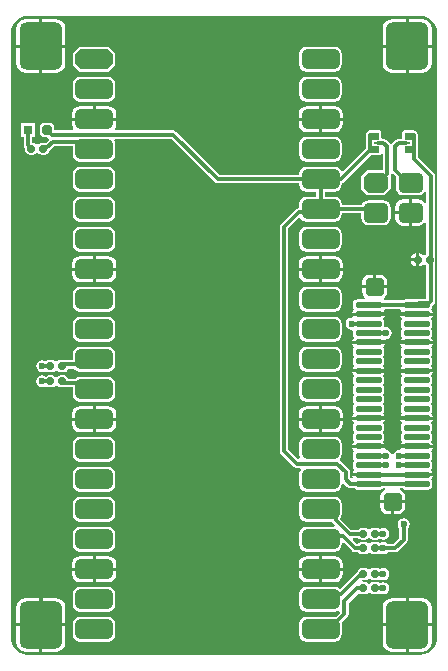
<source format=gbr>
%TF.GenerationSoftware,Altium Limited,Altium Designer,25.5.2 (35)*%
G04 Layer_Physical_Order=1*
G04 Layer_Color=255*
%FSLAX45Y45*%
%MOMM*%
%TF.SameCoordinates,04C475F5-62FD-4A33-8D44-780EF8A6E366*%
%TF.FilePolarity,Positive*%
%TF.FileFunction,Copper,L1,Top,Signal*%
%TF.Part,Single*%
G01*
G75*
%TA.AperFunction,SMDPad,CuDef*%
G04:AMPARAMS|DCode=10|XSize=0.6mm|YSize=0.6mm|CornerRadius=0.15mm|HoleSize=0mm|Usage=FLASHONLY|Rotation=90.000|XOffset=0mm|YOffset=0mm|HoleType=Round|Shape=RoundedRectangle|*
%AMROUNDEDRECTD10*
21,1,0.60000,0.30000,0,0,90.0*
21,1,0.30000,0.60000,0,0,90.0*
1,1,0.30000,0.15000,0.15000*
1,1,0.30000,0.15000,-0.15000*
1,1,0.30000,-0.15000,-0.15000*
1,1,0.30000,-0.15000,0.15000*
%
%ADD10ROUNDEDRECTD10*%
G04:AMPARAMS|DCode=11|XSize=2.2mm|YSize=0.5mm|CornerRadius=0.125mm|HoleSize=0mm|Usage=FLASHONLY|Rotation=180.000|XOffset=0mm|YOffset=0mm|HoleType=Round|Shape=RoundedRectangle|*
%AMROUNDEDRECTD11*
21,1,2.20000,0.25000,0,0,180.0*
21,1,1.95000,0.50000,0,0,180.0*
1,1,0.25000,-0.97500,0.12500*
1,1,0.25000,0.97500,0.12500*
1,1,0.25000,0.97500,-0.12500*
1,1,0.25000,-0.97500,-0.12500*
%
%ADD11ROUNDEDRECTD11*%
G04:AMPARAMS|DCode=12|XSize=0.8mm|YSize=0.8mm|CornerRadius=0.2mm|HoleSize=0mm|Usage=FLASHONLY|Rotation=90.000|XOffset=0mm|YOffset=0mm|HoleType=Round|Shape=RoundedRectangle|*
%AMROUNDEDRECTD12*
21,1,0.80000,0.40000,0,0,90.0*
21,1,0.40000,0.80000,0,0,90.0*
1,1,0.40000,0.20000,0.20000*
1,1,0.40000,0.20000,-0.20000*
1,1,0.40000,-0.20000,-0.20000*
1,1,0.40000,-0.20000,0.20000*
%
%ADD12ROUNDEDRECTD12*%
%ADD13R,0.80000X0.80000*%
%ADD14R,0.70000X0.24000*%
%ADD15O,0.30000X1.70000*%
%TA.AperFunction,Conductor*%
%ADD16C,0.30000*%
%TA.AperFunction,ComponentPad*%
G04:AMPARAMS|DCode=17|XSize=1.55mm|YSize=1.6mm|CornerRadius=0.3875mm|HoleSize=0mm|Usage=FLASHONLY|Rotation=270.000|XOffset=0mm|YOffset=0mm|HoleType=Round|Shape=RoundedRectangle|*
%AMROUNDEDRECTD17*
21,1,1.55000,0.82500,0,0,270.0*
21,1,0.77500,1.60000,0,0,270.0*
1,1,0.77500,-0.41250,-0.38750*
1,1,0.77500,-0.41250,0.38750*
1,1,0.77500,0.41250,0.38750*
1,1,0.77500,0.41250,-0.38750*
%
%ADD17ROUNDEDRECTD17*%
G04:AMPARAMS|DCode=18|XSize=1.7mm|YSize=3.2mm|CornerRadius=0mm|HoleSize=0mm|Usage=FLASHONLY|Rotation=270.000|XOffset=0mm|YOffset=0mm|HoleType=Round|Shape=Octagon|*
%AMOCTAGOND18*
4,1,8,1.60000,0.42500,1.60000,-0.42500,1.17500,-0.85000,-1.17500,-0.85000,-1.60000,-0.42500,-1.60000,0.42500,-1.17500,0.85000,1.17500,0.85000,1.60000,0.42500,0.0*
%
%ADD18OCTAGOND18*%

G04:AMPARAMS|DCode=19|XSize=1.7mm|YSize=3.2mm|CornerRadius=0.425mm|HoleSize=0mm|Usage=FLASHONLY|Rotation=90.000|XOffset=0mm|YOffset=0mm|HoleType=Round|Shape=RoundedRectangle|*
%AMROUNDEDRECTD19*
21,1,1.70000,2.35001,0,0,90.0*
21,1,0.85000,3.20000,0,0,90.0*
1,1,0.85000,1.17500,0.42500*
1,1,0.85000,1.17500,-0.42500*
1,1,0.85000,-1.17500,-0.42500*
1,1,0.85000,-1.17500,0.42500*
%
%ADD19ROUNDEDRECTD19*%
G04:AMPARAMS|DCode=20|XSize=4mm|YSize=3.6mm|CornerRadius=0.54mm|HoleSize=0mm|Usage=FLASHONLY|Rotation=90.000|XOffset=0mm|YOffset=0mm|HoleType=Round|Shape=RoundedRectangle|*
%AMROUNDEDRECTD20*
21,1,4.00000,2.52000,0,0,90.0*
21,1,2.92000,3.60000,0,0,90.0*
1,1,1.08000,1.26000,1.46000*
1,1,1.08000,1.26000,-1.46000*
1,1,1.08000,-1.26000,-1.46000*
1,1,1.08000,-1.26000,1.46000*
%
%ADD20ROUNDEDRECTD20*%
G04:AMPARAMS|DCode=21|XSize=1.7mm|YSize=2.1mm|CornerRadius=0.425mm|HoleSize=0mm|Usage=FLASHONLY|Rotation=270.000|XOffset=0mm|YOffset=0mm|HoleType=Round|Shape=RoundedRectangle|*
%AMROUNDEDRECTD21*
21,1,1.70000,1.25001,0,0,270.0*
21,1,0.85000,2.10000,0,0,270.0*
1,1,0.85000,-0.62500,-0.42500*
1,1,0.85000,-0.62500,0.42500*
1,1,0.85000,0.62500,0.42500*
1,1,0.85000,0.62500,-0.42500*
%
%ADD21ROUNDEDRECTD21*%
G04:AMPARAMS|DCode=22|XSize=1.7mm|YSize=2.1mm|CornerRadius=0mm|HoleSize=0mm|Usage=FLASHONLY|Rotation=270.000|XOffset=0mm|YOffset=0mm|HoleType=Round|Shape=Octagon|*
%AMOCTAGOND22*
4,1,8,1.05000,0.42500,1.05000,-0.42500,0.62500,-0.85000,-0.62500,-0.85000,-1.05000,-0.42500,-1.05000,0.42500,-0.62500,0.85000,0.62500,0.85000,1.05000,0.42500,0.0*
%
%ADD22OCTAGOND22*%

%TA.AperFunction,ViaPad*%
%ADD23C,0.60000*%
G36*
X3540437Y5450913D02*
X3578118Y5435305D01*
X3610476Y5410476D01*
X3635305Y5378118D01*
X3650913Y5340437D01*
X3656164Y5300550D01*
X3656055Y5300000D01*
X3656056Y200000D01*
X3656165Y199453D01*
X3650913Y159563D01*
X3635305Y121882D01*
X3610476Y89524D01*
X3578118Y64695D01*
X3540437Y49087D01*
X3500547Y43836D01*
X3500000Y43944D01*
X214956Y43944D01*
X214710Y43944D01*
X200000Y43945D01*
X185705Y45646D01*
X159563Y49087D01*
X121882Y64695D01*
X89524Y89524D01*
X64695Y121882D01*
X49087Y159563D01*
X43836Y199453D01*
X43944Y200000D01*
X43943Y5285008D01*
X43945Y5300000D01*
X45646Y5314295D01*
X49087Y5340437D01*
X64695Y5378118D01*
X89524Y5410476D01*
X121882Y5435305D01*
X159563Y5450913D01*
X185705Y5454354D01*
X200000Y5456055D01*
Y5456056D01*
X200001Y5456056D01*
X3500000Y5456056D01*
X3500547Y5456164D01*
X3540437Y5450913D01*
D02*
G37*
%LPC*%
G36*
X3526000Y5426955D02*
X3412700D01*
Y5212700D01*
X3606955D01*
Y5346000D01*
X3600793Y5376980D01*
X3583244Y5403244D01*
X3556980Y5420793D01*
X3526000Y5426955D01*
D02*
G37*
G36*
X426000D02*
X312700D01*
Y5212700D01*
X506955D01*
Y5346000D01*
X500793Y5376980D01*
X483244Y5403244D01*
X456980Y5420793D01*
X426000Y5426955D01*
D02*
G37*
G36*
X3387300D02*
X3274000D01*
X3243020Y5420793D01*
X3216756Y5403244D01*
X3199207Y5376980D01*
X3193045Y5346000D01*
Y5212700D01*
X3387300D01*
Y5426955D01*
D02*
G37*
G36*
X287300D02*
X174000D01*
X143020Y5420793D01*
X116756Y5403244D01*
X99207Y5376980D01*
X93045Y5346000D01*
Y5212700D01*
X287300D01*
Y5426955D01*
D02*
G37*
G36*
X877500Y5193000D02*
X622500D01*
X570000Y5140500D01*
Y5035500D01*
X622500Y4983000D01*
X877500D01*
X930000Y5035500D01*
Y5140500D01*
X877500Y5193000D01*
D02*
G37*
G36*
X2785500Y5194224D02*
X2550500D01*
X2526114Y5189374D01*
X2505440Y5175560D01*
X2491626Y5154886D01*
X2486776Y5130500D01*
Y5045500D01*
X2491626Y5021114D01*
X2505440Y5000440D01*
X2526114Y4986626D01*
X2550500Y4981776D01*
X2785500D01*
X2809886Y4986626D01*
X2830560Y5000440D01*
X2844374Y5021114D01*
X2849224Y5045500D01*
Y5130500D01*
X2844374Y5154886D01*
X2830560Y5175560D01*
X2809886Y5189374D01*
X2785500Y5194224D01*
D02*
G37*
G36*
X3606955Y5187300D02*
X3412700D01*
Y4973045D01*
X3526000D01*
X3556980Y4979207D01*
X3583244Y4996756D01*
X3600793Y5023020D01*
X3606955Y5054000D01*
Y5187300D01*
D02*
G37*
G36*
X3387300D02*
X3193045D01*
Y5054000D01*
X3199207Y5023020D01*
X3216756Y4996756D01*
X3243020Y4979207D01*
X3274000Y4973045D01*
X3387300D01*
Y5187300D01*
D02*
G37*
G36*
X506955D02*
X312700D01*
Y4973045D01*
X426000D01*
X456980Y4979207D01*
X483244Y4996756D01*
X500793Y5023020D01*
X506955Y5054000D01*
Y5187300D01*
D02*
G37*
G36*
X287300D02*
X93045D01*
Y5054000D01*
X99207Y5023020D01*
X116756Y4996756D01*
X143020Y4979207D01*
X174000Y4973045D01*
X287300D01*
Y5187300D01*
D02*
G37*
G36*
X2785500Y4940224D02*
X2550500D01*
X2526114Y4935374D01*
X2505440Y4921560D01*
X2491626Y4900886D01*
X2486776Y4876500D01*
Y4791500D01*
X2491626Y4767114D01*
X2505440Y4746440D01*
X2526114Y4732626D01*
X2550500Y4727776D01*
X2785500D01*
X2809886Y4732626D01*
X2830560Y4746440D01*
X2844374Y4767114D01*
X2849224Y4791500D01*
Y4876500D01*
X2844374Y4900886D01*
X2830560Y4921560D01*
X2809886Y4935374D01*
X2785500Y4940224D01*
D02*
G37*
G36*
X867500D02*
X632500D01*
X608113Y4935374D01*
X587440Y4921560D01*
X573626Y4900886D01*
X568775Y4876500D01*
Y4791500D01*
X573626Y4767114D01*
X587440Y4746440D01*
X608113Y4732626D01*
X632500Y4727776D01*
X867500D01*
X891886Y4732626D01*
X912560Y4746440D01*
X926374Y4767114D01*
X931224Y4791500D01*
Y4876500D01*
X926374Y4900886D01*
X912560Y4921560D01*
X891886Y4935374D01*
X867500Y4940224D01*
D02*
G37*
G36*
X2785500Y4691730D02*
X2680700D01*
Y4592700D01*
X2854730D01*
Y4622500D01*
X2849460Y4648993D01*
X2834453Y4671453D01*
X2811993Y4686460D01*
X2785500Y4691730D01*
D02*
G37*
G36*
X867500D02*
X762700D01*
Y4592700D01*
X936730D01*
Y4622500D01*
X931460Y4648993D01*
X916453Y4671453D01*
X893993Y4686460D01*
X867500Y4691730D01*
D02*
G37*
G36*
X737300D02*
X632500D01*
X606006Y4686460D01*
X583547Y4671453D01*
X568539Y4648993D01*
X563270Y4622500D01*
Y4592700D01*
X737300D01*
Y4691730D01*
D02*
G37*
G36*
X2655300D02*
X2550500D01*
X2524007Y4686460D01*
X2501547Y4671453D01*
X2486540Y4648993D01*
X2481270Y4622500D01*
Y4592700D01*
X2655300D01*
Y4691730D01*
D02*
G37*
G36*
X936730Y4567300D02*
X750000D01*
X563270D01*
Y4537500D01*
X568539Y4511007D01*
X575436Y4500686D01*
X567418Y4485686D01*
X410784D01*
Y4510000D01*
X407679Y4525607D01*
X398838Y4538838D01*
X385607Y4547679D01*
X370000Y4550783D01*
X330000D01*
X314393Y4547679D01*
X301162Y4538838D01*
X292321Y4525607D01*
X289217Y4510000D01*
Y4470000D01*
X292321Y4454393D01*
X301162Y4441162D01*
X314393Y4432321D01*
X330000Y4429216D01*
X354295D01*
X367015Y4415925D01*
X366692Y4407159D01*
X340219Y4380686D01*
X305000D01*
X291344Y4377969D01*
X279766Y4370234D01*
X279020Y4369117D01*
X260980D01*
X260234Y4370234D01*
X248656Y4377969D01*
X235000Y4380686D01*
X225686D01*
Y4430000D01*
X250000D01*
Y4550000D01*
X130000D01*
Y4430000D01*
X154314D01*
Y4360000D01*
X157031Y4346344D01*
X164766Y4334767D01*
X169314Y4330218D01*
Y4315000D01*
X172031Y4301344D01*
X179766Y4289766D01*
X191344Y4282031D01*
X205000Y4279314D01*
X235000D01*
X248656Y4282031D01*
X260234Y4289766D01*
X260980Y4290883D01*
X279020D01*
X279766Y4289766D01*
X291344Y4282031D01*
X305000Y4279314D01*
X335000D01*
X348656Y4282031D01*
X360233Y4289766D01*
X367969Y4301344D01*
X370315Y4313139D01*
X380234Y4319766D01*
X414782Y4354314D01*
X568775D01*
Y4283500D01*
X573626Y4259114D01*
X587440Y4238440D01*
X608113Y4224626D01*
X632500Y4219776D01*
X867500D01*
X891886Y4224626D01*
X912560Y4238440D01*
X926374Y4259114D01*
X931224Y4283500D01*
Y4368500D01*
X926374Y4392886D01*
X922079Y4399314D01*
X930096Y4414314D01*
X1405218D01*
X1772766Y4046766D01*
X1784344Y4039031D01*
X1798000Y4036314D01*
X2486776D01*
Y4029500D01*
X2491626Y4005114D01*
X2505440Y3984440D01*
X2526114Y3970626D01*
X2550500Y3965776D01*
X2632314D01*
Y3924224D01*
X2550500D01*
X2526114Y3919374D01*
X2505440Y3905560D01*
X2491626Y3884886D01*
X2486776Y3860500D01*
Y3826686D01*
X2481000D01*
X2467344Y3823969D01*
X2455766Y3816233D01*
X2334766Y3695234D01*
X2327031Y3683656D01*
X2324314Y3670000D01*
Y1770000D01*
X2327031Y1756344D01*
X2334766Y1744766D01*
X2444767Y1634766D01*
X2456344Y1627031D01*
X2470000Y1624314D01*
X2490576D01*
X2498594Y1609314D01*
X2491626Y1598886D01*
X2486776Y1574500D01*
Y1489500D01*
X2491626Y1465114D01*
X2505440Y1444440D01*
X2526114Y1430626D01*
X2550500Y1425776D01*
X2785500D01*
X2809886Y1430626D01*
X2830560Y1444440D01*
X2844374Y1465114D01*
X2849224Y1489500D01*
X2864224Y1495308D01*
X2894766Y1464766D01*
X2906344Y1457031D01*
X2920000Y1454314D01*
X2952905D01*
X2953069Y1454069D01*
X2963819Y1446886D01*
X2976500Y1444363D01*
X3171500D01*
X3184181Y1446886D01*
X3194931Y1454069D01*
X3195095Y1454314D01*
X3209928D01*
X3211406Y1439314D01*
X3210720Y1439178D01*
X3189501Y1425000D01*
X3175322Y1403780D01*
X3170343Y1378750D01*
Y1352700D01*
X3277000D01*
X3383657D01*
Y1378750D01*
X3378678Y1403780D01*
X3364499Y1425000D01*
X3343280Y1439178D01*
X3342595Y1439314D01*
X3344072Y1454314D01*
X3358905D01*
X3359069Y1454069D01*
X3369819Y1446886D01*
X3382500Y1444363D01*
X3577500D01*
X3590181Y1446886D01*
X3600931Y1454069D01*
X3608114Y1464819D01*
X3610637Y1477500D01*
Y1502500D01*
X3608114Y1515181D01*
X3604824Y1530176D01*
X3613201Y1542712D01*
X3616102Y1557300D01*
X3480000D01*
Y1582700D01*
X3616102D01*
X3613201Y1597288D01*
X3604824Y1609824D01*
X3608114Y1624819D01*
X3610637Y1637500D01*
Y1662500D01*
X3608114Y1675181D01*
X3600931Y1685931D01*
Y1694069D01*
X3608114Y1704819D01*
X3610637Y1717500D01*
Y1742500D01*
X3608114Y1755181D01*
X3604824Y1770176D01*
X3613201Y1782712D01*
X3616102Y1797300D01*
X3480000D01*
X3343897D01*
X3344685Y1793341D01*
X3331928Y1780585D01*
X3330091Y1780950D01*
X3310582Y1777070D01*
X3294043Y1766019D01*
X3282992Y1749480D01*
X3282695Y1747988D01*
X3267401D01*
X3267099Y1749509D01*
X3256048Y1766048D01*
X3239509Y1777099D01*
X3222068Y1780568D01*
X3218845Y1782429D01*
X3209482Y1794182D01*
X3210103Y1797300D01*
X2937897D01*
X2940799Y1782712D01*
X2949175Y1770176D01*
X2945886Y1755181D01*
X2943363Y1742500D01*
Y1717500D01*
X2945886Y1704819D01*
X2953069Y1694069D01*
Y1685931D01*
X2945886Y1675181D01*
X2943363Y1662500D01*
Y1637500D01*
X2945886Y1624820D01*
X2949175Y1609824D01*
X2940799Y1597288D01*
X2937897Y1582700D01*
X3074000D01*
Y1557300D01*
X2937897D01*
X2940799Y1542712D01*
X2927788Y1537089D01*
X2927473Y1537026D01*
X2915686Y1547379D01*
Y1590000D01*
X2912969Y1603656D01*
X2905234Y1615234D01*
X2836260Y1684208D01*
X2835159Y1686645D01*
X2834236Y1703941D01*
X2844374Y1719114D01*
X2849224Y1743500D01*
Y1828500D01*
X2844374Y1852886D01*
X2830560Y1873560D01*
X2809886Y1887374D01*
X2785500Y1892224D01*
X2550500D01*
X2526114Y1887374D01*
X2505440Y1873560D01*
X2491626Y1852886D01*
X2486776Y1828500D01*
Y1743500D01*
X2491212Y1721196D01*
X2490504Y1717228D01*
X2483128Y1704832D01*
X2476603Y1703864D01*
X2395686Y1784782D01*
Y3655218D01*
X2480794Y3740326D01*
X2500105Y3738424D01*
X2505440Y3730440D01*
X2526114Y3716626D01*
X2550500Y3711776D01*
X2785500D01*
X2809886Y3716626D01*
X2830560Y3730440D01*
X2844374Y3751114D01*
X2849224Y3775500D01*
Y3782314D01*
X3009776D01*
Y3747500D01*
X3014626Y3723114D01*
X3028440Y3702440D01*
X3049114Y3688626D01*
X3073500Y3683776D01*
X3198500D01*
X3222887Y3688626D01*
X3243560Y3702440D01*
X3257374Y3723114D01*
X3262225Y3747500D01*
Y3832500D01*
X3257374Y3856886D01*
X3243560Y3877560D01*
X3222887Y3891374D01*
X3198500Y3896224D01*
X3073500D01*
X3049114Y3891374D01*
X3028440Y3877560D01*
X3014626Y3856886D01*
X3013990Y3853686D01*
X2849224D01*
Y3860500D01*
X2844374Y3884886D01*
X2830560Y3905560D01*
X2809886Y3919374D01*
X2785500Y3924224D01*
X2703686D01*
Y3965776D01*
X2785500D01*
X2809886Y3970626D01*
X2830560Y3984440D01*
X2844374Y4005114D01*
X2849224Y4029500D01*
Y4037751D01*
X2855656Y4039031D01*
X2867234Y4046766D01*
X3093819Y4273352D01*
X3160000D01*
X3175307Y4279692D01*
X3179314Y4289366D01*
X3194314Y4286382D01*
Y4149000D01*
X3063500D01*
X3011000Y4096500D01*
Y3991500D01*
X3063500Y3939000D01*
X3208500D01*
X3261000Y3991500D01*
Y4096500D01*
X3259038Y4098461D01*
X3262969Y4104344D01*
X3265459Y4116861D01*
X3268827Y4119015D01*
X3280686Y4122847D01*
X3305975Y4097558D01*
X3303775Y4086500D01*
Y4001500D01*
X3308626Y3977114D01*
X3322440Y3956440D01*
X3343113Y3942626D01*
X3367500Y3937776D01*
X3492500D01*
X3516887Y3942626D01*
X3537560Y3956440D01*
X3549314Y3974031D01*
X3564314Y3971134D01*
Y3874239D01*
X3549314Y3869688D01*
X3541453Y3881453D01*
X3518993Y3896460D01*
X3492500Y3901730D01*
X3442700D01*
Y3790000D01*
Y3678270D01*
X3492500D01*
X3518993Y3683540D01*
X3541453Y3698547D01*
X3549314Y3710312D01*
X3564314Y3705761D01*
Y3438560D01*
X3561344Y3437969D01*
X3552275Y3431910D01*
X3549766Y3430234D01*
X3534227Y3433977D01*
X3534127Y3434127D01*
X3520763Y3443056D01*
X3505000Y3446191D01*
X3502700D01*
Y3390000D01*
Y3333809D01*
X3505000D01*
X3520763Y3336944D01*
X3534127Y3345873D01*
X3534227Y3346023D01*
X3549766Y3349766D01*
X3552275Y3348090D01*
X3561344Y3342031D01*
X3564314Y3341440D01*
Y3055686D01*
X3500000D01*
X3499753Y3055637D01*
X3382500D01*
X3369819Y3053114D01*
X3359069Y3045931D01*
X3358905Y3045686D01*
X3207493D01*
X3203970Y3050312D01*
X3207295Y3070187D01*
X3214499Y3075000D01*
X3228678Y3096220D01*
X3233656Y3121250D01*
Y3147300D01*
X3127000D01*
X3020343D01*
Y3121250D01*
X3025322Y3096220D01*
X3039500Y3075000D01*
X3046031Y3070637D01*
X3041481Y3055637D01*
X2976500D01*
X2963819Y3053114D01*
X2953069Y3045931D01*
X2945886Y3035181D01*
X2943363Y3022500D01*
Y2997500D01*
X2945886Y2984820D01*
X2949175Y2969824D01*
X2940799Y2957288D01*
X2937897Y2942700D01*
X3210103D01*
X3207201Y2957288D01*
X3205847Y2959314D01*
X3213865Y2974314D01*
X3340135D01*
X3348153Y2959314D01*
X3346799Y2957288D01*
X3343897Y2942700D01*
X3480000D01*
X3616102D01*
X3613201Y2957288D01*
X3604824Y2969824D01*
X3608114Y2984819D01*
X3610637Y2997500D01*
Y2997743D01*
X3625234Y3012340D01*
X3632969Y3023917D01*
X3635686Y3037574D01*
Y3357926D01*
X3637969Y3361344D01*
X3640686Y3375000D01*
Y3405000D01*
X3637969Y3418656D01*
X3635686Y3422074D01*
Y4100000D01*
X3632969Y4113657D01*
X3625234Y4125234D01*
X3490686Y4259782D01*
Y4320000D01*
Y4450000D01*
X3487969Y4463656D01*
X3480234Y4475233D01*
X3468656Y4482969D01*
X3459470Y4484796D01*
X3455000Y4486648D01*
X3380000D01*
X3364693Y4480307D01*
X3358352Y4465000D01*
Y4415686D01*
X3330000D01*
X3316344Y4412969D01*
X3304766Y4405234D01*
X3274766Y4375234D01*
X3274020Y4374117D01*
X3255980D01*
X3255234Y4375234D01*
X3225234Y4405234D01*
X3213656Y4412969D01*
X3200000Y4415686D01*
X3192254D01*
X3181648Y4426292D01*
X3181648Y4465000D01*
X3175308Y4480307D01*
X3175307Y4480307D01*
X3160000Y4486648D01*
X3085000D01*
X3080530Y4484796D01*
X3071344Y4482969D01*
X3059767Y4475233D01*
X3052031Y4463656D01*
X3049314Y4450000D01*
Y4329782D01*
X2858490Y4138957D01*
X2841503Y4143183D01*
X2830560Y4159560D01*
X2809886Y4173374D01*
X2785500Y4178224D01*
X2550500D01*
X2526114Y4173374D01*
X2505440Y4159560D01*
X2491626Y4138886D01*
X2486776Y4114500D01*
Y4107686D01*
X1812781D01*
X1445234Y4475234D01*
X1433656Y4482969D01*
X1420000Y4485686D01*
X932582D01*
X924564Y4500686D01*
X931460Y4511007D01*
X936730Y4537500D01*
Y4567300D01*
D02*
G37*
G36*
X2854730D02*
X2680700D01*
Y4468270D01*
X2785500D01*
X2811993Y4473540D01*
X2834453Y4488547D01*
X2849460Y4511007D01*
X2854730Y4537500D01*
Y4567300D01*
D02*
G37*
G36*
X2655300D02*
X2481270D01*
Y4537500D01*
X2486540Y4511007D01*
X2501547Y4488547D01*
X2524007Y4473540D01*
X2550500Y4468270D01*
X2655300D01*
Y4567300D01*
D02*
G37*
G36*
X2785500Y4432224D02*
X2550500D01*
X2526114Y4427374D01*
X2505440Y4413560D01*
X2491626Y4392886D01*
X2486776Y4368500D01*
Y4283500D01*
X2491626Y4259114D01*
X2505440Y4238440D01*
X2526114Y4224626D01*
X2550500Y4219776D01*
X2785500D01*
X2809886Y4224626D01*
X2830560Y4238440D01*
X2844374Y4259114D01*
X2849224Y4283500D01*
Y4368500D01*
X2844374Y4392886D01*
X2830560Y4413560D01*
X2809886Y4427374D01*
X2785500Y4432224D01*
D02*
G37*
G36*
X867500Y4178224D02*
X632500D01*
X608113Y4173374D01*
X587440Y4159560D01*
X573626Y4138886D01*
X568775Y4114500D01*
Y4029500D01*
X573626Y4005114D01*
X587440Y3984440D01*
X608113Y3970626D01*
X632500Y3965776D01*
X867500D01*
X891886Y3970626D01*
X912560Y3984440D01*
X926374Y4005114D01*
X931224Y4029500D01*
Y4114500D01*
X926374Y4138886D01*
X912560Y4159560D01*
X891886Y4173374D01*
X867500Y4178224D01*
D02*
G37*
G36*
X3417300Y3901730D02*
X3367500D01*
X3341007Y3896460D01*
X3318547Y3881453D01*
X3303539Y3858993D01*
X3298270Y3832500D01*
Y3802700D01*
X3417300D01*
Y3901730D01*
D02*
G37*
G36*
X867500Y3924224D02*
X632500D01*
X608113Y3919374D01*
X587440Y3905560D01*
X573626Y3884886D01*
X568775Y3860500D01*
Y3775500D01*
X573626Y3751114D01*
X587440Y3730440D01*
X608113Y3716626D01*
X632500Y3711776D01*
X867500D01*
X891886Y3716626D01*
X912560Y3730440D01*
X926374Y3751114D01*
X931224Y3775500D01*
Y3860500D01*
X926374Y3884886D01*
X912560Y3905560D01*
X891886Y3919374D01*
X867500Y3924224D01*
D02*
G37*
G36*
X3417300Y3777300D02*
X3298270D01*
Y3747500D01*
X3303539Y3721007D01*
X3318547Y3698547D01*
X3341007Y3683540D01*
X3367500Y3678270D01*
X3417300D01*
Y3777300D01*
D02*
G37*
G36*
X2785500Y3670224D02*
X2550500D01*
X2526114Y3665374D01*
X2505440Y3651560D01*
X2491626Y3630886D01*
X2486776Y3606500D01*
Y3521500D01*
X2491626Y3497114D01*
X2505440Y3476440D01*
X2526114Y3462626D01*
X2550500Y3457776D01*
X2785500D01*
X2809886Y3462626D01*
X2830560Y3476440D01*
X2844374Y3497114D01*
X2849224Y3521500D01*
Y3606500D01*
X2844374Y3630886D01*
X2830560Y3651560D01*
X2809886Y3665374D01*
X2785500Y3670224D01*
D02*
G37*
G36*
X867500D02*
X632500D01*
X608113Y3665374D01*
X587440Y3651560D01*
X573626Y3630886D01*
X568775Y3606500D01*
Y3521500D01*
X573626Y3497114D01*
X587440Y3476440D01*
X608113Y3462626D01*
X632500Y3457776D01*
X867500D01*
X891886Y3462626D01*
X912560Y3476440D01*
X926374Y3497114D01*
X931224Y3521500D01*
Y3606500D01*
X926374Y3630886D01*
X912560Y3651560D01*
X891886Y3665374D01*
X867500Y3670224D01*
D02*
G37*
G36*
X3477300Y3446191D02*
X3475000D01*
X3459237Y3443056D01*
X3445873Y3434127D01*
X3436944Y3420763D01*
X3433809Y3405000D01*
Y3402700D01*
X3477300D01*
Y3446191D01*
D02*
G37*
G36*
Y3377300D02*
X3433809D01*
Y3375000D01*
X3436944Y3359237D01*
X3445873Y3345873D01*
X3459237Y3336944D01*
X3475000Y3333809D01*
X3477300D01*
Y3377300D01*
D02*
G37*
G36*
X2785500Y3421730D02*
X2680700D01*
Y3322700D01*
X2854730D01*
Y3352500D01*
X2849460Y3378993D01*
X2834453Y3401453D01*
X2811993Y3416460D01*
X2785500Y3421730D01*
D02*
G37*
G36*
X867500D02*
X762700D01*
Y3322700D01*
X936730D01*
Y3352500D01*
X931460Y3378993D01*
X916453Y3401453D01*
X893993Y3416460D01*
X867500Y3421730D01*
D02*
G37*
G36*
X737300D02*
X632500D01*
X606006Y3416460D01*
X583547Y3401453D01*
X568539Y3378993D01*
X563270Y3352500D01*
Y3322700D01*
X737300D01*
Y3421730D01*
D02*
G37*
G36*
X2655300D02*
X2550500D01*
X2524007Y3416460D01*
X2501547Y3401453D01*
X2486540Y3378993D01*
X2481270Y3352500D01*
Y3322700D01*
X2655300D01*
Y3421730D01*
D02*
G37*
G36*
X2854730Y3297300D02*
X2680700D01*
Y3198270D01*
X2785500D01*
X2811993Y3203540D01*
X2834453Y3218547D01*
X2849460Y3241007D01*
X2854730Y3267500D01*
Y3297300D01*
D02*
G37*
G36*
X2655300D02*
X2481270D01*
Y3267500D01*
X2486540Y3241007D01*
X2501547Y3218547D01*
X2524007Y3203540D01*
X2550500Y3198270D01*
X2655300D01*
Y3297300D01*
D02*
G37*
G36*
X936730D02*
X762700D01*
Y3198270D01*
X867500D01*
X893993Y3203540D01*
X916453Y3218547D01*
X931460Y3241007D01*
X936730Y3267500D01*
Y3297300D01*
D02*
G37*
G36*
X737300D02*
X563270D01*
Y3267500D01*
X568539Y3241007D01*
X583547Y3218547D01*
X606006Y3203540D01*
X632500Y3198270D01*
X737300D01*
Y3297300D01*
D02*
G37*
G36*
X3168250Y3264157D02*
X3139700D01*
Y3172700D01*
X3233656D01*
Y3198750D01*
X3228678Y3223780D01*
X3214499Y3245000D01*
X3193280Y3259178D01*
X3168250Y3264157D01*
D02*
G37*
G36*
X3114300D02*
X3085750D01*
X3060720Y3259178D01*
X3039500Y3245000D01*
X3025322Y3223780D01*
X3020343Y3198750D01*
Y3172700D01*
X3114300D01*
Y3264157D01*
D02*
G37*
G36*
X2785500Y3162224D02*
X2550500D01*
X2526114Y3157374D01*
X2505440Y3143560D01*
X2491626Y3122886D01*
X2486776Y3098500D01*
Y3013500D01*
X2491626Y2989114D01*
X2505440Y2968440D01*
X2526114Y2954626D01*
X2550500Y2949776D01*
X2785500D01*
X2809886Y2954626D01*
X2830560Y2968440D01*
X2844374Y2989114D01*
X2849224Y3013500D01*
Y3098500D01*
X2844374Y3122886D01*
X2830560Y3143560D01*
X2809886Y3157374D01*
X2785500Y3162224D01*
D02*
G37*
G36*
X867500D02*
X632500D01*
X608113Y3157374D01*
X587440Y3143560D01*
X573626Y3122886D01*
X568775Y3098500D01*
Y3013500D01*
X573626Y2989114D01*
X587440Y2968440D01*
X608113Y2954626D01*
X632500Y2949776D01*
X867500D01*
X891886Y2954626D01*
X912560Y2968440D01*
X926374Y2989114D01*
X931224Y3013500D01*
Y3098500D01*
X926374Y3122886D01*
X912560Y3143560D01*
X891886Y3157374D01*
X867500Y3162224D01*
D02*
G37*
G36*
X3210103Y2917300D02*
X2937897D01*
X2938435Y2914596D01*
X2934945Y2908962D01*
X2926008Y2900185D01*
X2910491Y2897099D01*
X2893952Y2886048D01*
X2882901Y2869509D01*
X2879020Y2850000D01*
X2882901Y2830491D01*
X2893952Y2813952D01*
X2910491Y2802901D01*
X2930000Y2799020D01*
X2932057Y2799430D01*
X2944168Y2786545D01*
X2943363Y2782500D01*
Y2757500D01*
X2945886Y2744820D01*
X2949175Y2729824D01*
X2940799Y2717288D01*
X2937897Y2702700D01*
X3210103D01*
X3209482Y2705819D01*
X3218845Y2717571D01*
X3222068Y2719432D01*
X3239509Y2722901D01*
X3256048Y2733952D01*
X3267099Y2750491D01*
X3270979Y2770000D01*
X3267099Y2789509D01*
X3256048Y2806048D01*
X3239509Y2817099D01*
X3220000Y2820980D01*
X3215636Y2820111D01*
X3203750Y2833041D01*
X3204637Y2837500D01*
Y2862500D01*
X3202114Y2875181D01*
X3198824Y2890176D01*
X3207201Y2902712D01*
X3210103Y2917300D01*
D02*
G37*
G36*
X3616102D02*
X3480000D01*
X3343897D01*
X3346799Y2902712D01*
X3355175Y2890176D01*
X3351886Y2875181D01*
X3349363Y2862500D01*
Y2837500D01*
X3351886Y2824819D01*
X3359069Y2814069D01*
Y2805931D01*
X3351886Y2795181D01*
X3349363Y2782500D01*
Y2757500D01*
X3351886Y2744820D01*
X3355175Y2729824D01*
X3346799Y2717288D01*
X3343897Y2702700D01*
X3480000D01*
X3616102D01*
X3613201Y2717288D01*
X3604824Y2729824D01*
X3608114Y2744819D01*
X3610637Y2757500D01*
Y2782500D01*
X3608114Y2795181D01*
X3600931Y2805931D01*
Y2814069D01*
X3608114Y2824819D01*
X3610637Y2837500D01*
Y2862500D01*
X3608114Y2875181D01*
X3604824Y2890176D01*
X3613201Y2902712D01*
X3616102Y2917300D01*
D02*
G37*
G36*
X2785500Y2908224D02*
X2550500D01*
X2526114Y2903374D01*
X2505440Y2889560D01*
X2491626Y2868886D01*
X2486776Y2844500D01*
Y2759500D01*
X2491626Y2735114D01*
X2505440Y2714440D01*
X2526114Y2700626D01*
X2550500Y2695776D01*
X2785500D01*
X2809886Y2700626D01*
X2830560Y2714440D01*
X2844374Y2735114D01*
X2849224Y2759500D01*
Y2844500D01*
X2844374Y2868886D01*
X2830560Y2889560D01*
X2809886Y2903374D01*
X2785500Y2908224D01*
D02*
G37*
G36*
X867500D02*
X632500D01*
X608113Y2903374D01*
X587440Y2889560D01*
X573626Y2868886D01*
X568775Y2844500D01*
Y2759500D01*
X573626Y2735114D01*
X587440Y2714440D01*
X608113Y2700626D01*
X632500Y2695776D01*
X867500D01*
X891886Y2700626D01*
X912560Y2714440D01*
X926374Y2735114D01*
X931224Y2759500D01*
Y2844500D01*
X926374Y2868886D01*
X912560Y2889560D01*
X891886Y2903374D01*
X867500Y2908224D01*
D02*
G37*
G36*
Y2654224D02*
X632500D01*
X608113Y2649374D01*
X587440Y2635560D01*
X573626Y2614886D01*
X568775Y2590500D01*
Y2540686D01*
X465000D01*
X451344Y2537969D01*
X439766Y2530234D01*
X439020Y2529117D01*
X420980D01*
X420234Y2530234D01*
X408656Y2537969D01*
X395000Y2540686D01*
X365000D01*
X351344Y2537969D01*
X339775Y2530240D01*
X329509Y2537099D01*
X310000Y2540980D01*
X290491Y2537099D01*
X273952Y2526048D01*
X262901Y2509509D01*
X259020Y2490000D01*
X262901Y2470491D01*
X273952Y2453952D01*
X290491Y2442901D01*
X310000Y2439021D01*
X329509Y2442901D01*
X339775Y2449761D01*
X351344Y2442031D01*
X365000Y2439314D01*
X395000D01*
X408656Y2442031D01*
X420234Y2449766D01*
X420980Y2450883D01*
X439020D01*
X439766Y2449766D01*
X451344Y2442031D01*
X465000Y2439314D01*
X495000D01*
X508656Y2442031D01*
X520233Y2449766D01*
X527969Y2461344D01*
X529554Y2469314D01*
X581510D01*
X587440Y2460440D01*
X608113Y2446626D01*
X632500Y2441776D01*
X867500D01*
X891886Y2446626D01*
X912560Y2460440D01*
X926374Y2481114D01*
X931224Y2505500D01*
Y2590500D01*
X926374Y2614886D01*
X912560Y2635560D01*
X891886Y2649374D01*
X867500Y2654224D01*
D02*
G37*
G36*
X3210103Y2677300D02*
X2937897D01*
X2940799Y2662712D01*
X2949175Y2650176D01*
X2945886Y2635181D01*
X2943363Y2622500D01*
Y2597500D01*
X2945886Y2584819D01*
X2953069Y2574069D01*
Y2565931D01*
X2945886Y2555181D01*
X2943363Y2542500D01*
Y2517500D01*
X2945886Y2504819D01*
X2949175Y2489824D01*
X2940799Y2477288D01*
X2937897Y2462700D01*
X3210103D01*
X3207201Y2477288D01*
X3198824Y2489824D01*
X3202114Y2504819D01*
X3204637Y2517500D01*
Y2542500D01*
X3202114Y2555181D01*
X3194931Y2565931D01*
Y2574069D01*
X3202114Y2584819D01*
X3204637Y2597500D01*
Y2622500D01*
X3202114Y2635181D01*
X3198824Y2650176D01*
X3207201Y2662712D01*
X3210103Y2677300D01*
D02*
G37*
G36*
X3616102D02*
X3480000D01*
X3343897D01*
X3346799Y2662712D01*
X3355175Y2650176D01*
X3351886Y2635181D01*
X3349363Y2622500D01*
Y2597500D01*
X3351886Y2584819D01*
X3359069Y2574069D01*
Y2565931D01*
X3351886Y2555181D01*
X3349363Y2542500D01*
Y2517500D01*
X3351886Y2504819D01*
X3355175Y2489824D01*
X3346799Y2477288D01*
X3343897Y2462700D01*
X3480000D01*
X3616102D01*
X3613201Y2477288D01*
X3604824Y2489824D01*
X3608114Y2504819D01*
X3610637Y2517500D01*
Y2542500D01*
X3608114Y2555181D01*
X3600931Y2565931D01*
Y2574069D01*
X3608114Y2584819D01*
X3610637Y2597500D01*
Y2622500D01*
X3608114Y2635181D01*
X3604824Y2650176D01*
X3613201Y2662712D01*
X3616102Y2677300D01*
D02*
G37*
G36*
X2785500Y2654224D02*
X2550500D01*
X2526114Y2649374D01*
X2505440Y2635560D01*
X2491626Y2614886D01*
X2486776Y2590500D01*
Y2505500D01*
X2491626Y2481114D01*
X2505440Y2460440D01*
X2526114Y2446626D01*
X2550500Y2441776D01*
X2785500D01*
X2809886Y2446626D01*
X2830560Y2460440D01*
X2844374Y2481114D01*
X2849224Y2505500D01*
Y2590500D01*
X2844374Y2614886D01*
X2830560Y2635560D01*
X2809886Y2649374D01*
X2785500Y2654224D01*
D02*
G37*
G36*
Y2400224D02*
X2550500D01*
X2526114Y2395374D01*
X2505440Y2381560D01*
X2491626Y2360886D01*
X2486776Y2336500D01*
Y2251500D01*
X2491626Y2227114D01*
X2505440Y2206440D01*
X2526114Y2192626D01*
X2550500Y2187776D01*
X2785500D01*
X2809886Y2192626D01*
X2830560Y2206440D01*
X2844374Y2227114D01*
X2849224Y2251500D01*
Y2336500D01*
X2844374Y2360886D01*
X2830560Y2381560D01*
X2809886Y2395374D01*
X2785500Y2400224D01*
D02*
G37*
G36*
X310000Y2410980D02*
X290491Y2407099D01*
X273952Y2396048D01*
X262901Y2379509D01*
X259020Y2360000D01*
X262901Y2340491D01*
X273952Y2323952D01*
X290491Y2312901D01*
X310000Y2309021D01*
X329509Y2312901D01*
X339775Y2319761D01*
X351344Y2312031D01*
X365000Y2309314D01*
X395000D01*
X408656Y2312031D01*
X420234Y2319767D01*
X420980Y2320883D01*
X439020D01*
X439766Y2319767D01*
X451344Y2312031D01*
X465000Y2309314D01*
X568775D01*
Y2251500D01*
X573626Y2227114D01*
X587440Y2206440D01*
X608113Y2192626D01*
X632500Y2187776D01*
X867500D01*
X891886Y2192626D01*
X912560Y2206440D01*
X926374Y2227114D01*
X931224Y2251500D01*
Y2336500D01*
X926374Y2360886D01*
X912560Y2381560D01*
X891886Y2395374D01*
X867500Y2400224D01*
X632500D01*
X608113Y2395374D01*
X587440Y2381560D01*
X586856Y2380686D01*
X529554D01*
X527969Y2388656D01*
X520233Y2400234D01*
X508656Y2407969D01*
X495000Y2410686D01*
X465000D01*
X451344Y2407969D01*
X439766Y2400234D01*
X439020Y2399117D01*
X420980D01*
X420234Y2400234D01*
X408656Y2407969D01*
X395000Y2410686D01*
X365000D01*
X351344Y2407969D01*
X339775Y2400240D01*
X329509Y2407099D01*
X310000Y2410980D01*
D02*
G37*
G36*
X3210103Y2437300D02*
X2937897D01*
X2940799Y2422712D01*
X2949175Y2410176D01*
X2945886Y2395181D01*
X2943363Y2382500D01*
Y2357500D01*
X2945886Y2344819D01*
X2953069Y2334069D01*
Y2325931D01*
X2945886Y2315181D01*
X2943363Y2302500D01*
Y2277500D01*
X2945886Y2264819D01*
X2953069Y2254069D01*
Y2245931D01*
X2945886Y2235181D01*
X2943363Y2222500D01*
Y2197500D01*
X2945886Y2184819D01*
X2953069Y2174069D01*
Y2165931D01*
X2945886Y2155181D01*
X2943363Y2142500D01*
Y2117500D01*
X2945886Y2104820D01*
X2949175Y2089824D01*
X2940799Y2077288D01*
X2937897Y2062700D01*
X3210103D01*
X3207201Y2077288D01*
X3198824Y2089824D01*
X3202114Y2104819D01*
X3204637Y2117500D01*
Y2142500D01*
X3202114Y2155181D01*
X3194931Y2165931D01*
Y2174069D01*
X3202114Y2184819D01*
X3204637Y2197500D01*
Y2222500D01*
X3202114Y2235181D01*
X3194931Y2245931D01*
Y2254069D01*
X3202114Y2264819D01*
X3204637Y2277500D01*
Y2302500D01*
X3202114Y2315181D01*
X3194931Y2325931D01*
Y2334069D01*
X3202114Y2344819D01*
X3204637Y2357500D01*
Y2382500D01*
X3202114Y2395181D01*
X3198824Y2410176D01*
X3207201Y2422712D01*
X3210103Y2437300D01*
D02*
G37*
G36*
X3616102D02*
X3480000D01*
X3343897D01*
X3346799Y2422712D01*
X3355175Y2410176D01*
X3351886Y2395181D01*
X3349363Y2382500D01*
Y2357500D01*
X3351886Y2344819D01*
X3359069Y2334069D01*
Y2325931D01*
X3351886Y2315181D01*
X3349363Y2302500D01*
Y2277500D01*
X3351886Y2264819D01*
X3359069Y2254069D01*
Y2245931D01*
X3351886Y2235181D01*
X3349363Y2222500D01*
Y2197500D01*
X3351886Y2184819D01*
X3359069Y2174069D01*
Y2165931D01*
X3351886Y2155181D01*
X3349363Y2142500D01*
Y2117500D01*
X3351886Y2104820D01*
X3355175Y2089824D01*
X3346799Y2077288D01*
X3343897Y2062700D01*
X3480000D01*
X3616102D01*
X3613201Y2077288D01*
X3604824Y2089824D01*
X3608114Y2104819D01*
X3610637Y2117500D01*
Y2142500D01*
X3608114Y2155181D01*
X3600931Y2165931D01*
Y2174069D01*
X3608114Y2184819D01*
X3610637Y2197500D01*
Y2222500D01*
X3608114Y2235181D01*
X3600931Y2245931D01*
Y2254069D01*
X3608114Y2264819D01*
X3610637Y2277500D01*
Y2302500D01*
X3608114Y2315181D01*
X3600931Y2325931D01*
Y2334069D01*
X3608114Y2344819D01*
X3610637Y2357500D01*
Y2382500D01*
X3608114Y2395181D01*
X3604824Y2410176D01*
X3613201Y2422712D01*
X3616102Y2437300D01*
D02*
G37*
G36*
X2785500Y2151730D02*
X2680700D01*
Y2052700D01*
X2854730D01*
Y2082500D01*
X2849460Y2108993D01*
X2834453Y2131453D01*
X2811993Y2146460D01*
X2785500Y2151730D01*
D02*
G37*
G36*
X867500D02*
X762700D01*
Y2052700D01*
X936730D01*
Y2082500D01*
X931460Y2108993D01*
X916453Y2131453D01*
X893993Y2146460D01*
X867500Y2151730D01*
D02*
G37*
G36*
X737300D02*
X632500D01*
X606006Y2146460D01*
X583547Y2131453D01*
X568539Y2108993D01*
X563270Y2082500D01*
Y2052700D01*
X737300D01*
Y2151730D01*
D02*
G37*
G36*
X2655300D02*
X2550500D01*
X2524007Y2146460D01*
X2501547Y2131453D01*
X2486540Y2108993D01*
X2481270Y2082500D01*
Y2052700D01*
X2655300D01*
Y2151730D01*
D02*
G37*
G36*
X2854730Y2027300D02*
X2680700D01*
Y1928270D01*
X2785500D01*
X2811993Y1933540D01*
X2834453Y1948547D01*
X2849460Y1971007D01*
X2854730Y1997500D01*
Y2027300D01*
D02*
G37*
G36*
X2655300D02*
X2481270D01*
Y1997500D01*
X2486540Y1971007D01*
X2501547Y1948547D01*
X2524007Y1933540D01*
X2550500Y1928270D01*
X2655300D01*
Y2027300D01*
D02*
G37*
G36*
X936730D02*
X762700D01*
Y1928270D01*
X867500D01*
X893993Y1933540D01*
X916453Y1948547D01*
X931460Y1971007D01*
X936730Y1997500D01*
Y2027300D01*
D02*
G37*
G36*
X737300D02*
X563270D01*
Y1997500D01*
X568539Y1971007D01*
X583547Y1948547D01*
X606006Y1933540D01*
X632500Y1928270D01*
X737300D01*
Y2027300D01*
D02*
G37*
G36*
X3210103Y2037300D02*
X2937897D01*
X2940799Y2022712D01*
X2949175Y2010176D01*
X2945886Y1995181D01*
X2943363Y1982500D01*
Y1957500D01*
X2945886Y1944819D01*
X2953069Y1934069D01*
Y1925931D01*
X2945886Y1915181D01*
X2943363Y1902500D01*
Y1877500D01*
X2945886Y1864819D01*
X2949175Y1849824D01*
X2940799Y1837288D01*
X2937897Y1822700D01*
X3210103D01*
X3207201Y1837288D01*
X3198824Y1849824D01*
X3202114Y1864819D01*
X3204637Y1877500D01*
Y1902500D01*
X3202114Y1915181D01*
X3194931Y1925931D01*
Y1934069D01*
X3202114Y1944819D01*
X3204637Y1957500D01*
Y1982500D01*
X3202114Y1995181D01*
X3198824Y2010176D01*
X3207201Y2022712D01*
X3210103Y2037300D01*
D02*
G37*
G36*
X3616102D02*
X3480000D01*
X3343897D01*
X3346799Y2022712D01*
X3355175Y2010176D01*
X3351886Y1995181D01*
X3349363Y1982500D01*
Y1957500D01*
X3351886Y1944819D01*
X3359069Y1934069D01*
Y1925931D01*
X3351886Y1915181D01*
X3349363Y1902500D01*
Y1877500D01*
X3351886Y1864819D01*
X3355175Y1849824D01*
X3346799Y1837288D01*
X3343897Y1822700D01*
X3480000D01*
X3616102D01*
X3613201Y1837288D01*
X3604824Y1849824D01*
X3608114Y1864819D01*
X3610637Y1877500D01*
Y1902500D01*
X3608114Y1915181D01*
X3600931Y1925931D01*
Y1934069D01*
X3608114Y1944819D01*
X3610637Y1957500D01*
Y1982500D01*
X3608114Y1995181D01*
X3604824Y2010176D01*
X3613201Y2022712D01*
X3616102Y2037300D01*
D02*
G37*
G36*
X867500Y1892224D02*
X632500D01*
X608113Y1887374D01*
X587440Y1873560D01*
X573626Y1852886D01*
X568775Y1828500D01*
Y1743500D01*
X573626Y1719114D01*
X587440Y1698440D01*
X608113Y1684626D01*
X632500Y1679776D01*
X867500D01*
X891886Y1684626D01*
X912560Y1698440D01*
X926374Y1719114D01*
X931224Y1743500D01*
Y1828500D01*
X926374Y1852886D01*
X912560Y1873560D01*
X891886Y1887374D01*
X867500Y1892224D01*
D02*
G37*
G36*
Y1638224D02*
X632500D01*
X608113Y1633374D01*
X587440Y1619560D01*
X573626Y1598886D01*
X568775Y1574500D01*
Y1489500D01*
X573626Y1465114D01*
X587440Y1444440D01*
X608113Y1430626D01*
X632500Y1425776D01*
X867500D01*
X891886Y1430626D01*
X912560Y1444440D01*
X926374Y1465114D01*
X931224Y1489500D01*
Y1574500D01*
X926374Y1598886D01*
X912560Y1619560D01*
X891886Y1633374D01*
X867500Y1638224D01*
D02*
G37*
G36*
X3383657Y1327300D02*
X3289700D01*
Y1235843D01*
X3318250D01*
X3343280Y1240822D01*
X3364499Y1255001D01*
X3378678Y1276220D01*
X3383657Y1301250D01*
Y1327300D01*
D02*
G37*
G36*
X3264300D02*
X3170343D01*
Y1301250D01*
X3175322Y1276220D01*
X3189501Y1255001D01*
X3210720Y1240822D01*
X3235750Y1235843D01*
X3264300D01*
Y1327300D01*
D02*
G37*
G36*
X867500Y1384224D02*
X632500D01*
X608113Y1379374D01*
X587440Y1365560D01*
X573626Y1344886D01*
X568775Y1320500D01*
Y1235500D01*
X573626Y1211114D01*
X587440Y1190440D01*
X608113Y1176626D01*
X632500Y1171776D01*
X867500D01*
X891886Y1176626D01*
X912560Y1190440D01*
X926374Y1211114D01*
X931224Y1235500D01*
Y1320500D01*
X926374Y1344886D01*
X912560Y1365560D01*
X891886Y1379374D01*
X867500Y1384224D01*
D02*
G37*
G36*
Y1130224D02*
X632500D01*
X608113Y1125374D01*
X587440Y1111560D01*
X573626Y1090886D01*
X568775Y1066500D01*
Y981500D01*
X573626Y957114D01*
X587440Y936440D01*
X608113Y922626D01*
X632500Y917776D01*
X867500D01*
X891886Y922626D01*
X912560Y936440D01*
X926374Y957114D01*
X931224Y981500D01*
Y1066500D01*
X926374Y1090886D01*
X912560Y1111560D01*
X891886Y1125374D01*
X867500Y1130224D01*
D02*
G37*
G36*
X2785500Y1384224D02*
X2550500D01*
X2526114Y1379374D01*
X2505440Y1365560D01*
X2491626Y1344886D01*
X2486776Y1320500D01*
Y1235500D01*
X2491626Y1211114D01*
X2505440Y1190440D01*
X2526114Y1176626D01*
X2550500Y1171776D01*
X2765129D01*
X2770790Y1163302D01*
X2791250Y1142843D01*
X2782655Y1130224D01*
X2550500D01*
X2526114Y1125374D01*
X2505440Y1111560D01*
X2491626Y1090886D01*
X2486776Y1066500D01*
Y981500D01*
X2491626Y957114D01*
X2505440Y936440D01*
X2526114Y922626D01*
X2550500Y917776D01*
X2785500D01*
X2809886Y922626D01*
X2830560Y936440D01*
X2844374Y957114D01*
X2849224Y981500D01*
Y990710D01*
X2863082Y996450D01*
X2934766Y924767D01*
X2946343Y917031D01*
X2960000Y914315D01*
X2986728D01*
X2989767Y909767D01*
X3001344Y902031D01*
X3015000Y899315D01*
X3045000D01*
X3058657Y902031D01*
X3070234Y909767D01*
X3070980Y910883D01*
X3089020D01*
X3089766Y909767D01*
X3101344Y902031D01*
X3115000Y899315D01*
X3145000D01*
X3158656Y902031D01*
X3170225Y909761D01*
X3180491Y902901D01*
X3200000Y899020D01*
X3219509Y902901D01*
X3236048Y913952D01*
X3236290Y914314D01*
X3300000D01*
X3313656Y917031D01*
X3325234Y924766D01*
X3395234Y994766D01*
X3402969Y1006344D01*
X3405686Y1020000D01*
Y1113710D01*
X3406048Y1113952D01*
X3417099Y1130491D01*
X3420980Y1150000D01*
X3417099Y1169509D01*
X3406048Y1186048D01*
X3389509Y1197099D01*
X3370000Y1200980D01*
X3350491Y1197099D01*
X3333952Y1186048D01*
X3322901Y1169509D01*
X3319021Y1150000D01*
X3322901Y1130491D01*
X3333952Y1113952D01*
X3334314Y1113710D01*
Y1034782D01*
X3285218Y985686D01*
X3236290D01*
X3236048Y986048D01*
X3219509Y997099D01*
X3200000Y1000979D01*
X3180491Y997099D01*
X3170225Y990240D01*
X3158656Y997970D01*
X3145000Y1000686D01*
X3115000D01*
X3101344Y997970D01*
X3089766Y990234D01*
X3089020Y989117D01*
X3070980D01*
X3070234Y990234D01*
X3058657Y997970D01*
X3045000Y1000686D01*
X3015000D01*
X3001344Y997970D01*
X2989767Y990234D01*
X2988613Y988507D01*
X2972960Y987507D01*
X2940011Y1020456D01*
X2945751Y1034314D01*
X2986728D01*
X2989766Y1029766D01*
X3001344Y1022031D01*
X3015000Y1019314D01*
X3045000D01*
X3058656Y1022031D01*
X3070234Y1029766D01*
X3070980Y1030883D01*
X3089020D01*
X3089766Y1029766D01*
X3101344Y1022031D01*
X3115000Y1019314D01*
X3145000D01*
X3158656Y1022031D01*
X3170225Y1029760D01*
X3180491Y1022901D01*
X3200000Y1019020D01*
X3219509Y1022901D01*
X3236048Y1033952D01*
X3247099Y1050491D01*
X3250980Y1070000D01*
X3247099Y1089509D01*
X3236048Y1106048D01*
X3219509Y1117099D01*
X3200000Y1120979D01*
X3180491Y1117099D01*
X3170225Y1110239D01*
X3158656Y1117969D01*
X3145000Y1120686D01*
X3115000D01*
X3101344Y1117969D01*
X3089766Y1110233D01*
X3089020Y1109117D01*
X3070980D01*
X3070234Y1110233D01*
X3058656Y1117969D01*
X3045000Y1120686D01*
X3015000D01*
X3001344Y1117969D01*
X2989766Y1110233D01*
X2986728Y1105686D01*
X2929341D01*
X2836178Y1198849D01*
X2844374Y1211114D01*
X2849224Y1235500D01*
Y1320500D01*
X2844374Y1344886D01*
X2830560Y1365560D01*
X2809886Y1379374D01*
X2785500Y1384224D01*
D02*
G37*
G36*
Y881730D02*
X2680700D01*
Y782700D01*
X2854730D01*
Y812500D01*
X2849460Y838993D01*
X2834453Y861453D01*
X2811993Y876460D01*
X2785500Y881730D01*
D02*
G37*
G36*
X867500D02*
X762700D01*
Y782700D01*
X936730D01*
Y812500D01*
X931460Y838993D01*
X916453Y861453D01*
X893993Y876460D01*
X867500Y881730D01*
D02*
G37*
G36*
X737300D02*
X632500D01*
X606006Y876460D01*
X583547Y861453D01*
X568539Y838993D01*
X563270Y812500D01*
Y782700D01*
X737300D01*
Y881730D01*
D02*
G37*
G36*
X2655300D02*
X2550500D01*
X2524007Y876460D01*
X2501547Y861453D01*
X2486540Y838993D01*
X2481270Y812500D01*
Y782700D01*
X2655300D01*
Y881730D01*
D02*
G37*
G36*
X3200000Y780980D02*
X3180491Y777099D01*
X3170225Y770240D01*
X3158656Y777969D01*
X3145000Y780686D01*
X3115000D01*
X3101344Y777969D01*
X3089766Y770234D01*
X3089020Y769117D01*
X3070980D01*
X3070234Y770234D01*
X3058656Y777969D01*
X3045000Y780686D01*
X3015000D01*
X3001344Y777969D01*
X2989766Y770234D01*
X2982031Y758656D01*
X2979684Y746861D01*
X2969766Y740234D01*
X2832866Y603333D01*
X2830560Y603560D01*
X2809886Y617374D01*
X2785500Y622224D01*
X2550500D01*
X2526114Y617374D01*
X2505440Y603560D01*
X2491626Y582886D01*
X2486776Y558500D01*
Y473500D01*
X2491626Y449114D01*
X2505440Y428440D01*
X2526114Y414626D01*
X2550500Y409776D01*
X2785500D01*
X2809886Y414626D01*
X2814028Y417394D01*
X2828781Y410150D01*
X2829946Y399413D01*
X2796558Y366025D01*
X2785500Y368224D01*
X2550500D01*
X2526114Y363374D01*
X2505440Y349560D01*
X2491626Y328886D01*
X2486776Y304500D01*
Y219500D01*
X2491626Y195114D01*
X2505440Y174440D01*
X2526114Y160626D01*
X2550500Y155776D01*
X2785500D01*
X2809886Y160626D01*
X2830560Y174440D01*
X2844374Y195114D01*
X2849224Y219500D01*
Y304500D01*
X2847025Y315558D01*
X2895234Y363766D01*
X2902969Y375344D01*
X2905686Y389000D01*
Y485218D01*
X2990047Y569579D01*
X3001344Y562031D01*
X3015000Y559314D01*
X3045000D01*
X3058656Y562031D01*
X3070234Y569766D01*
X3070980Y570883D01*
X3089020D01*
X3089766Y569766D01*
X3101344Y562031D01*
X3115000Y559314D01*
X3145000D01*
X3158656Y562031D01*
X3170225Y569761D01*
X3180491Y562901D01*
X3200000Y559020D01*
X3219509Y562901D01*
X3236048Y573952D01*
X3247099Y590491D01*
X3250980Y610000D01*
X3247099Y629509D01*
X3236048Y646048D01*
X3219509Y657099D01*
X3200000Y660980D01*
X3180491Y657099D01*
X3170225Y650239D01*
X3158656Y657969D01*
X3145000Y660686D01*
X3115000D01*
X3101344Y657969D01*
X3089766Y650234D01*
X3089020Y649117D01*
X3070980D01*
X3070234Y650234D01*
X3058656Y657969D01*
X3045000Y660686D01*
X3024578D01*
X3016186Y675686D01*
X3018414Y679314D01*
X3045000D01*
X3058656Y682031D01*
X3070234Y689766D01*
X3070980Y690883D01*
X3089020D01*
X3089766Y689766D01*
X3101344Y682031D01*
X3115000Y679314D01*
X3145000D01*
X3158656Y682031D01*
X3170225Y689761D01*
X3180491Y682901D01*
X3200000Y679020D01*
X3219509Y682901D01*
X3236048Y693952D01*
X3247099Y710491D01*
X3250980Y730000D01*
X3247099Y749509D01*
X3236048Y766048D01*
X3219509Y777099D01*
X3200000Y780980D01*
D02*
G37*
G36*
X2854730Y757300D02*
X2680700D01*
Y658270D01*
X2785500D01*
X2811993Y663540D01*
X2834453Y678547D01*
X2849460Y701007D01*
X2854730Y727500D01*
Y757300D01*
D02*
G37*
G36*
X2655300D02*
X2481270D01*
Y727500D01*
X2486540Y701007D01*
X2501547Y678547D01*
X2524007Y663540D01*
X2550500Y658270D01*
X2655300D01*
Y757300D01*
D02*
G37*
G36*
X936730D02*
X762700D01*
Y658270D01*
X867500D01*
X893993Y663540D01*
X916453Y678547D01*
X931460Y701007D01*
X936730Y727500D01*
Y757300D01*
D02*
G37*
G36*
X737300D02*
X563270D01*
Y727500D01*
X568539Y701007D01*
X583547Y678547D01*
X606006Y663540D01*
X632500Y658270D01*
X737300D01*
Y757300D01*
D02*
G37*
G36*
X867500Y622224D02*
X632500D01*
X608113Y617374D01*
X587440Y603560D01*
X573626Y582886D01*
X568775Y558500D01*
Y473500D01*
X573626Y449114D01*
X587440Y428440D01*
X608113Y414626D01*
X632500Y409776D01*
X867500D01*
X891886Y414626D01*
X912560Y428440D01*
X926374Y449114D01*
X931224Y473500D01*
Y558500D01*
X926374Y582886D01*
X912560Y603560D01*
X891886Y617374D01*
X867500Y622224D01*
D02*
G37*
G36*
X3526000Y526955D02*
X3412700D01*
Y312700D01*
X3606955D01*
Y446000D01*
X3600793Y476980D01*
X3583244Y503244D01*
X3556980Y520793D01*
X3526000Y526955D01*
D02*
G37*
G36*
X426000D02*
X312700D01*
Y312700D01*
X506955D01*
Y446000D01*
X500793Y476980D01*
X483244Y503244D01*
X456980Y520793D01*
X426000Y526955D01*
D02*
G37*
G36*
X287300D02*
X174000D01*
X143020Y520793D01*
X116756Y503244D01*
X99207Y476980D01*
X93045Y446000D01*
Y312700D01*
X287300D01*
Y526955D01*
D02*
G37*
G36*
X3387300D02*
X3274000D01*
X3243020Y520793D01*
X3216756Y503244D01*
X3199207Y476980D01*
X3193045Y446000D01*
Y312700D01*
X3387300D01*
Y526955D01*
D02*
G37*
G36*
X867500Y368224D02*
X632500D01*
X608113Y363374D01*
X587440Y349560D01*
X573626Y328886D01*
X568775Y304500D01*
Y219500D01*
X573626Y195114D01*
X587440Y174440D01*
X608113Y160626D01*
X632500Y155776D01*
X867500D01*
X891886Y160626D01*
X912560Y174440D01*
X926374Y195114D01*
X931224Y219500D01*
Y304500D01*
X926374Y328886D01*
X912560Y349560D01*
X891886Y363374D01*
X867500Y368224D01*
D02*
G37*
G36*
X3606955Y287300D02*
X3412700D01*
Y73045D01*
X3526000D01*
X3556980Y79207D01*
X3583244Y96756D01*
X3600793Y123020D01*
X3606955Y154000D01*
Y287300D01*
D02*
G37*
G36*
X3387300D02*
X3193045D01*
Y154000D01*
X3199207Y123020D01*
X3216756Y96756D01*
X3243020Y79207D01*
X3274000Y73045D01*
X3387300D01*
Y287300D01*
D02*
G37*
G36*
X506955D02*
X312700D01*
Y73045D01*
X426000D01*
X456980Y79207D01*
X483244Y96756D01*
X500793Y123020D01*
X506955Y154000D01*
Y287300D01*
D02*
G37*
G36*
X287300D02*
X93045D01*
Y154000D01*
X99207Y123020D01*
X116756Y96756D01*
X143020Y79207D01*
X174000Y73045D01*
X287300D01*
Y287300D01*
D02*
G37*
%LPD*%
G36*
X3455000Y4295000D02*
X3380000D01*
Y4352511D01*
X3440013D01*
Y4407546D01*
X3380000D01*
Y4465000D01*
X3455000D01*
Y4295000D01*
D02*
G37*
G36*
X3160000Y4407505D02*
X3099995Y4407505D01*
X3099995Y4352502D01*
X3160000Y4352503D01*
X3160000Y4295000D01*
X3085000D01*
Y4465000D01*
X3160000D01*
X3160000Y4407505D01*
D02*
G37*
D10*
X3490000Y3390000D02*
D03*
X3590000D02*
D03*
X220000Y4330000D02*
D03*
X320000D02*
D03*
X3130000Y610000D02*
D03*
X3030000D02*
D03*
X3130000Y950000D02*
D03*
X3030000D02*
D03*
X3130000Y730000D02*
D03*
X3030000D02*
D03*
X3130000Y1070000D02*
D03*
X3030000D02*
D03*
X480000Y2360000D02*
D03*
X380000D02*
D03*
X480000Y2490000D02*
D03*
X380000D02*
D03*
D11*
X3480000Y1490000D02*
D03*
Y1570000D02*
D03*
Y1650000D02*
D03*
Y1730000D02*
D03*
Y1810000D02*
D03*
Y1890000D02*
D03*
Y1970000D02*
D03*
Y2050000D02*
D03*
Y2130000D02*
D03*
Y2210000D02*
D03*
Y2290000D02*
D03*
Y2370000D02*
D03*
Y2450000D02*
D03*
Y2530000D02*
D03*
Y2610000D02*
D03*
Y2690000D02*
D03*
Y2770000D02*
D03*
Y2850000D02*
D03*
Y2930000D02*
D03*
X3074000Y1490000D02*
D03*
Y1570000D02*
D03*
Y1650000D02*
D03*
Y1730000D02*
D03*
Y1810000D02*
D03*
Y1890000D02*
D03*
Y1970000D02*
D03*
Y2050000D02*
D03*
Y2130000D02*
D03*
Y2210000D02*
D03*
Y2290000D02*
D03*
Y2370000D02*
D03*
Y2450000D02*
D03*
Y2530000D02*
D03*
Y2610000D02*
D03*
Y2690000D02*
D03*
Y2770000D02*
D03*
Y2850000D02*
D03*
Y2930000D02*
D03*
X3480000Y3010000D02*
D03*
X3074000D02*
D03*
D12*
X350000Y4490000D02*
D03*
D13*
X190000D02*
D03*
D14*
X3390000Y4380000D02*
D03*
X3150000D02*
D03*
D15*
X3455000D02*
D03*
X3085000D02*
D03*
D16*
X3064000Y2770000D02*
X3220000D01*
X3260000Y140000D02*
Y440000D01*
X3400000Y300000D01*
X3260000Y140000D02*
X3540000D01*
Y440000D02*
Y460000D01*
X3400000Y300000D02*
X3540000Y440000D01*
X160000Y460000D02*
X440000D01*
X160000Y150000D02*
Y460000D01*
Y150000D02*
X170000Y140000D01*
X440000D01*
X300000Y280000D02*
X440000Y140000D01*
X300000Y280000D02*
Y300000D01*
X3260000Y5360000D02*
X3400000Y5220000D01*
Y5200000D02*
Y5220000D01*
X3540000Y5340000D02*
Y5360000D01*
X3400000Y5200000D02*
X3540000Y5340000D01*
Y5040000D02*
Y5340000D01*
X3260000Y5040000D02*
X3540000D01*
X3260000D02*
Y5060000D01*
X3400000Y5200000D01*
X160000Y5340000D02*
Y5370000D01*
Y5340000D02*
X300000Y5200000D01*
Y5220000D01*
X440000Y5360000D01*
Y5040000D02*
Y5360000D01*
X160000Y5040000D02*
X440000D01*
X160000D02*
Y5060000D01*
X300000Y5200000D01*
Y680000D02*
X310000Y690000D01*
X300000Y300000D02*
Y680000D01*
X3455000Y4245000D02*
X3600000Y4100000D01*
X3455000Y4245000D02*
Y4320000D01*
X3600000Y3400000D02*
Y4100000D01*
X2360000Y3670000D02*
X2481000Y3791000D01*
X2360000Y1770000D02*
Y3670000D01*
X2571000Y3791000D02*
X2598000Y3818000D01*
X2481000Y3791000D02*
X2571000D01*
X2880000Y1530000D02*
X2920000Y1490000D01*
X2880000Y1530000D02*
Y1590000D01*
X2810000Y1660000D02*
X2880000Y1590000D01*
X2470000Y1660000D02*
X2810000D01*
X2360000Y1770000D02*
X2470000Y1660000D01*
X2920000Y1490000D02*
X3064000D01*
X2728117Y1278000D02*
X2796024Y1210093D01*
Y1188536D02*
X2914560Y1070000D01*
X3030000D01*
X2598000Y1278000D02*
X2728117D01*
X2796024Y1188536D02*
Y1210093D01*
X2598000Y1024000D02*
X2628574Y1054574D01*
X2855426D01*
X2960000Y950000D01*
X3030000D01*
X190000Y4360000D02*
X220000Y4330000D01*
X190000Y4360000D02*
Y4490000D01*
X350000D02*
X352574D01*
X392574Y4450000D01*
X1420000D01*
X1798000Y4072000D01*
X2598000D02*
X2600093D01*
X2842000D01*
X2600093Y3818000D02*
X3128000D01*
X400000Y4390000D02*
X596117D01*
X320000Y4330000D02*
X335000Y4345000D01*
X355000D01*
X400000Y4390000D01*
X660117Y4326000D02*
X820000D01*
X596117Y4390000D02*
X660117Y4326000D01*
X1798000Y4072000D02*
X2598000D01*
X3600000Y3037574D02*
Y3380000D01*
X3590000Y3390000D02*
X3600000Y3380000D01*
X3582426Y3020000D02*
X3600000Y3037574D01*
X3500000Y3020000D02*
X3582426D01*
X3490000Y3010000D02*
X3500000Y3020000D01*
X3590000Y3390000D02*
X3600000Y3400000D01*
X2600093Y3818000D02*
X2668000Y3885907D01*
Y4004093D01*
X2600093Y4072000D02*
X2668000Y4004093D01*
X3128000Y3818000D02*
X3156000Y3790000D01*
X3410000Y4320000D02*
X3455000D01*
X3090000D02*
X3110000D01*
X2842000Y4072000D02*
X3090000Y4320000D01*
X310000Y2490000D02*
X380000D01*
X310000Y2360000D02*
X380000D01*
X480000Y2490000D02*
Y2505000D01*
X777000D01*
X820000Y2548000D01*
X470000Y2350000D02*
X480000Y2360000D01*
Y2345000D02*
X769000D01*
X475000D02*
X480000D01*
X769000D02*
X820000Y2294000D01*
X470000Y2350000D02*
X475000Y2345000D01*
X3200000Y950000D02*
X3300000D01*
X3370000Y1020000D01*
Y1150000D01*
X3220000Y1650000D02*
X3220000Y1650000D01*
X3064000Y1650000D02*
X3220000D01*
X3064000Y1730000D02*
X3220000D01*
X3064000Y2930000D02*
X3490000D01*
X3064000Y2690000D02*
X3490000D01*
X3064000Y2450000D02*
X3490000D01*
X3064000Y2050000D02*
X3490000D01*
X3064000Y1810000D02*
X3490000D01*
X3064000Y1490000D02*
X3490000D01*
X3064000Y1570000D02*
X3490000D01*
X3330000Y1650000D02*
X3490000D01*
X3330000Y1650000D02*
X3330000Y1650000D01*
X3130000Y1070000D02*
X3200000D01*
X3200000Y950000D02*
X3200000Y950000D01*
X3130000Y950000D02*
X3200000D01*
X3130000Y950000D02*
X3130000Y950000D01*
X3330106Y1729985D02*
X3489985D01*
X3490000Y1730000D01*
X3330091Y1729971D02*
X3330106Y1729985D01*
X3130000Y730000D02*
X3200000D01*
X3130000Y610000D02*
X3200000D01*
X2743000Y262000D02*
X2870000Y389000D01*
Y500000D01*
X2980000Y610000D01*
X2645872Y563872D02*
X2843872D01*
X2995000Y715000D01*
X2598000Y516000D02*
X2645872Y563872D01*
X2995000Y715000D02*
X3015000D01*
X3030000Y730000D01*
X3064000Y2850000D02*
X3064000Y2850000D01*
X2930000Y2850000D02*
X3064000D01*
X3064000Y3010000D02*
X3490000D01*
X3156000Y4044000D02*
Y4044001D01*
X3230000Y4118000D01*
Y4350000D01*
X3200000Y4380000D02*
X3230000Y4350000D01*
X3150000Y4380000D02*
X3200000D01*
X3300000Y4154000D02*
X3410000Y4044000D01*
X3300000Y4154000D02*
Y4350000D01*
X3330000Y4380000D01*
X3390000D01*
X2598000Y262000D02*
X2743000D01*
X2980000Y610000D02*
X3030000D01*
D17*
X3127000Y3160000D02*
D03*
X3277000Y1340000D02*
D03*
D18*
X750000Y5088000D02*
D03*
D19*
X2668000Y262000D02*
D03*
Y516000D02*
D03*
Y770000D02*
D03*
Y1024000D02*
D03*
Y1278000D02*
D03*
Y1532000D02*
D03*
Y1786000D02*
D03*
Y2040000D02*
D03*
Y2294000D02*
D03*
Y2548000D02*
D03*
Y2802000D02*
D03*
Y3056000D02*
D03*
Y3310000D02*
D03*
Y3564000D02*
D03*
Y3818000D02*
D03*
Y4072000D02*
D03*
Y4326000D02*
D03*
Y4580000D02*
D03*
Y4834000D02*
D03*
Y5088000D02*
D03*
X750000Y262000D02*
D03*
Y516000D02*
D03*
Y770000D02*
D03*
Y1024000D02*
D03*
Y1278000D02*
D03*
Y1532000D02*
D03*
Y1786000D02*
D03*
Y2040000D02*
D03*
Y2294000D02*
D03*
Y2548000D02*
D03*
Y2802000D02*
D03*
Y3056000D02*
D03*
Y3310000D02*
D03*
Y3564000D02*
D03*
Y3818000D02*
D03*
Y4072000D02*
D03*
Y4326000D02*
D03*
Y4580000D02*
D03*
Y4834000D02*
D03*
D20*
X3400000Y5200000D02*
D03*
X300000Y300000D02*
D03*
Y5200000D02*
D03*
X3400000Y300000D02*
D03*
D21*
X3136000Y3790000D02*
D03*
X3430000D02*
D03*
Y4044000D02*
D03*
D22*
X3136000D02*
D03*
D23*
X3220000Y2770000D02*
D03*
X2260000Y2580000D02*
D03*
Y2810000D02*
D03*
X2445803Y2976678D02*
D03*
X3590000Y860000D02*
D03*
X520000Y2260000D02*
D03*
X510000Y2730000D02*
D03*
X990000Y2770000D02*
D03*
X1000000Y2380000D02*
D03*
X540000Y4200000D02*
D03*
X2910000Y4280000D02*
D03*
X3130000Y4220000D02*
D03*
X2870000Y3940000D02*
D03*
X2880000Y3690000D02*
D03*
X2460000Y2420000D02*
D03*
X2880000D02*
D03*
X2890000Y1700000D02*
D03*
X2900000Y1210000D02*
D03*
X970000Y390000D02*
D03*
X2430000D02*
D03*
X2990000Y480000D02*
D03*
X3080000Y840000D02*
D03*
X3280000Y1890000D02*
D03*
X3277000Y2050000D02*
D03*
Y2450000D02*
D03*
X3270000Y2690000D02*
D03*
X3510000Y3110000D02*
D03*
X3600000Y4260000D02*
D03*
X3260000Y4480000D02*
D03*
X1660000Y120000D02*
D03*
X2410000Y1400000D02*
D03*
X1010000Y4320000D02*
D03*
X2430000Y3940000D02*
D03*
X2410000Y4200000D02*
D03*
X310000Y2490000D02*
D03*
Y2360000D02*
D03*
X3370000Y1150000D02*
D03*
X3220000Y1650000D02*
D03*
Y1730000D02*
D03*
X3330000Y1650000D02*
D03*
X3200000Y1070000D02*
D03*
Y950000D02*
D03*
X3330091Y1729971D02*
D03*
X3200000Y730000D02*
D03*
Y610000D02*
D03*
X2930000Y2850000D02*
D03*
X3260000Y5040000D02*
D03*
X3540000D02*
D03*
Y5360000D02*
D03*
X3260000D02*
D03*
X160000Y140000D02*
D03*
X440000D02*
D03*
Y460000D02*
D03*
X160000D02*
D03*
Y5040000D02*
D03*
X440000D02*
D03*
Y5360000D02*
D03*
X160000D02*
D03*
X3260000Y140000D02*
D03*
X3540000D02*
D03*
Y460000D02*
D03*
X3260000D02*
D03*
%TF.MD5,303b18862cfcae95fa0023841b4b2779*%
M02*

</source>
